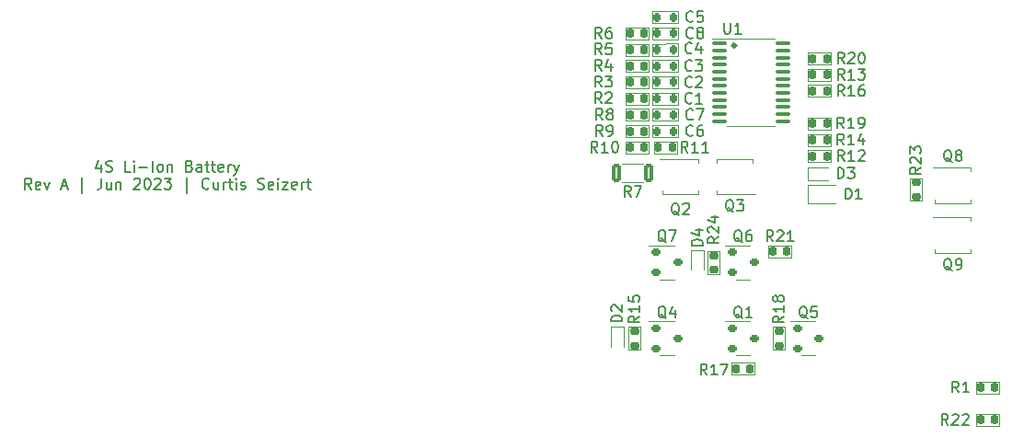
<source format=gto>
%TF.GenerationSoftware,KiCad,Pcbnew,(6.0.11)*%
%TF.CreationDate,2023-07-04T18:20:15-04:00*%
%TF.ProjectId,Batt_Rev20,42617474-5f52-4657-9632-302e6b696361,rev?*%
%TF.SameCoordinates,Original*%
%TF.FileFunction,Legend,Top*%
%TF.FilePolarity,Positive*%
%FSLAX46Y46*%
G04 Gerber Fmt 4.6, Leading zero omitted, Abs format (unit mm)*
G04 Created by KiCad (PCBNEW (6.0.11)) date 2023-07-04 18:20:15*
%MOMM*%
%LPD*%
G01*
G04 APERTURE LIST*
G04 Aperture macros list*
%AMRoundRect*
0 Rectangle with rounded corners*
0 $1 Rounding radius*
0 $2 $3 $4 $5 $6 $7 $8 $9 X,Y pos of 4 corners*
0 Add a 4 corners polygon primitive as box body*
4,1,4,$2,$3,$4,$5,$6,$7,$8,$9,$2,$3,0*
0 Add four circle primitives for the rounded corners*
1,1,$1+$1,$2,$3*
1,1,$1+$1,$4,$5*
1,1,$1+$1,$6,$7*
1,1,$1+$1,$8,$9*
0 Add four rect primitives between the rounded corners*
20,1,$1+$1,$2,$3,$4,$5,0*
20,1,$1+$1,$4,$5,$6,$7,0*
20,1,$1+$1,$6,$7,$8,$9,0*
20,1,$1+$1,$8,$9,$2,$3,0*%
%AMFreePoly0*
4,1,21,1.372500,0.787500,0.862500,0.787500,0.862500,0.532500,1.372500,0.532500,1.372500,0.127500,0.862500,0.127500,0.862500,-0.127500,1.372500,-0.127500,1.372500,-0.532500,0.862500,-0.532500,0.862500,-0.787500,1.372500,-0.787500,1.372500,-1.195000,0.612500,-1.195000,0.612500,-1.117500,-0.862500,-1.117500,-0.862500,1.117500,0.612500,1.117500,0.612500,1.195000,1.372500,1.195000,
1.372500,0.787500,1.372500,0.787500,$1*%
G04 Aperture macros list end*
%ADD10C,0.150000*%
%ADD11C,0.120000*%
%ADD12C,0.314000*%
%ADD13C,2.710000*%
%ADD14RoundRect,0.175000X-0.175000X-0.275000X0.175000X-0.275000X0.175000X0.275000X-0.175000X0.275000X0*%
%ADD15RoundRect,0.150000X0.150000X0.300000X-0.150000X0.300000X-0.150000X-0.300000X0.150000X-0.300000X0*%
%ADD16RoundRect,0.150000X-0.150000X-0.300000X0.150000X-0.300000X0.150000X0.300000X-0.150000X0.300000X0*%
%ADD17RoundRect,0.150000X-0.300000X0.150000X-0.300000X-0.150000X0.300000X-0.150000X0.300000X0.150000X0*%
%ADD18RoundRect,0.175000X-0.275000X-0.175000X0.275000X-0.175000X0.275000X0.175000X-0.275000X0.175000X0*%
%ADD19R,0.990000X0.405000*%
%ADD20FreePoly0,180.000000*%
%ADD21RoundRect,0.177778X-0.222222X-0.697222X0.222222X-0.697222X0.222222X0.697222X-0.222222X0.697222X0*%
%ADD22RoundRect,0.175000X0.175000X0.275000X-0.175000X0.275000X-0.175000X-0.275000X0.175000X-0.275000X0*%
%ADD23FreePoly0,0.000000*%
%ADD24R,0.600000X0.450000*%
%ADD25R,0.700000X0.600000*%
%ADD26C,0.800000*%
%ADD27C,6.400000*%
%ADD28RoundRect,0.150000X0.300000X-0.150000X0.300000X0.150000X-0.300000X0.150000X-0.300000X-0.150000X0*%
%ADD29R,0.600000X0.700000*%
%ADD30RoundRect,0.100000X-0.600000X-0.100000X0.600000X-0.100000X0.600000X0.100000X-0.600000X0.100000X0*%
%ADD31O,2.400000X1.500000*%
G04 APERTURE END LIST*
D10*
X53904761Y-78980714D02*
X53904761Y-79647380D01*
X53666666Y-78599761D02*
X53428571Y-79314047D01*
X54047619Y-79314047D01*
X54380952Y-79599761D02*
X54523809Y-79647380D01*
X54761904Y-79647380D01*
X54857142Y-79599761D01*
X54904761Y-79552142D01*
X54952380Y-79456904D01*
X54952380Y-79361666D01*
X54904761Y-79266428D01*
X54857142Y-79218809D01*
X54761904Y-79171190D01*
X54571428Y-79123571D01*
X54476190Y-79075952D01*
X54428571Y-79028333D01*
X54380952Y-78933095D01*
X54380952Y-78837857D01*
X54428571Y-78742619D01*
X54476190Y-78695000D01*
X54571428Y-78647380D01*
X54809523Y-78647380D01*
X54952380Y-78695000D01*
X56619047Y-79647380D02*
X56142857Y-79647380D01*
X56142857Y-78647380D01*
X56952380Y-79647380D02*
X56952380Y-78980714D01*
X56952380Y-78647380D02*
X56904761Y-78695000D01*
X56952380Y-78742619D01*
X57000000Y-78695000D01*
X56952380Y-78647380D01*
X56952380Y-78742619D01*
X57428571Y-79266428D02*
X58190476Y-79266428D01*
X58666666Y-79647380D02*
X58666666Y-78647380D01*
X59285714Y-79647380D02*
X59190476Y-79599761D01*
X59142857Y-79552142D01*
X59095238Y-79456904D01*
X59095238Y-79171190D01*
X59142857Y-79075952D01*
X59190476Y-79028333D01*
X59285714Y-78980714D01*
X59428571Y-78980714D01*
X59523809Y-79028333D01*
X59571428Y-79075952D01*
X59619047Y-79171190D01*
X59619047Y-79456904D01*
X59571428Y-79552142D01*
X59523809Y-79599761D01*
X59428571Y-79647380D01*
X59285714Y-79647380D01*
X60047619Y-78980714D02*
X60047619Y-79647380D01*
X60047619Y-79075952D02*
X60095238Y-79028333D01*
X60190476Y-78980714D01*
X60333333Y-78980714D01*
X60428571Y-79028333D01*
X60476190Y-79123571D01*
X60476190Y-79647380D01*
X62047619Y-79123571D02*
X62190476Y-79171190D01*
X62238095Y-79218809D01*
X62285714Y-79314047D01*
X62285714Y-79456904D01*
X62238095Y-79552142D01*
X62190476Y-79599761D01*
X62095238Y-79647380D01*
X61714285Y-79647380D01*
X61714285Y-78647380D01*
X62047619Y-78647380D01*
X62142857Y-78695000D01*
X62190476Y-78742619D01*
X62238095Y-78837857D01*
X62238095Y-78933095D01*
X62190476Y-79028333D01*
X62142857Y-79075952D01*
X62047619Y-79123571D01*
X61714285Y-79123571D01*
X63142857Y-79647380D02*
X63142857Y-79123571D01*
X63095238Y-79028333D01*
X63000000Y-78980714D01*
X62809523Y-78980714D01*
X62714285Y-79028333D01*
X63142857Y-79599761D02*
X63047619Y-79647380D01*
X62809523Y-79647380D01*
X62714285Y-79599761D01*
X62666666Y-79504523D01*
X62666666Y-79409285D01*
X62714285Y-79314047D01*
X62809523Y-79266428D01*
X63047619Y-79266428D01*
X63142857Y-79218809D01*
X63476190Y-78980714D02*
X63857142Y-78980714D01*
X63619047Y-78647380D02*
X63619047Y-79504523D01*
X63666666Y-79599761D01*
X63761904Y-79647380D01*
X63857142Y-79647380D01*
X64047619Y-78980714D02*
X64428571Y-78980714D01*
X64190476Y-78647380D02*
X64190476Y-79504523D01*
X64238095Y-79599761D01*
X64333333Y-79647380D01*
X64428571Y-79647380D01*
X65142857Y-79599761D02*
X65047619Y-79647380D01*
X64857142Y-79647380D01*
X64761904Y-79599761D01*
X64714285Y-79504523D01*
X64714285Y-79123571D01*
X64761904Y-79028333D01*
X64857142Y-78980714D01*
X65047619Y-78980714D01*
X65142857Y-79028333D01*
X65190476Y-79123571D01*
X65190476Y-79218809D01*
X64714285Y-79314047D01*
X65619047Y-79647380D02*
X65619047Y-78980714D01*
X65619047Y-79171190D02*
X65666666Y-79075952D01*
X65714285Y-79028333D01*
X65809523Y-78980714D01*
X65904761Y-78980714D01*
X66142857Y-78980714D02*
X66380952Y-79647380D01*
X66619047Y-78980714D02*
X66380952Y-79647380D01*
X66285714Y-79885476D01*
X66238095Y-79933095D01*
X66142857Y-79980714D01*
X47499999Y-81257380D02*
X47166666Y-80781190D01*
X46928571Y-81257380D02*
X46928571Y-80257380D01*
X47309523Y-80257380D01*
X47404761Y-80305000D01*
X47452380Y-80352619D01*
X47499999Y-80447857D01*
X47499999Y-80590714D01*
X47452380Y-80685952D01*
X47404761Y-80733571D01*
X47309523Y-80781190D01*
X46928571Y-80781190D01*
X48309523Y-81209761D02*
X48214285Y-81257380D01*
X48023809Y-81257380D01*
X47928571Y-81209761D01*
X47880952Y-81114523D01*
X47880952Y-80733571D01*
X47928571Y-80638333D01*
X48023809Y-80590714D01*
X48214285Y-80590714D01*
X48309523Y-80638333D01*
X48357142Y-80733571D01*
X48357142Y-80828809D01*
X47880952Y-80924047D01*
X48690476Y-80590714D02*
X48928571Y-81257380D01*
X49166666Y-80590714D01*
X50261904Y-80971666D02*
X50738095Y-80971666D01*
X50166666Y-81257380D02*
X50499999Y-80257380D01*
X50833333Y-81257380D01*
X52166666Y-81590714D02*
X52166666Y-80162142D01*
X53928571Y-80257380D02*
X53928571Y-80971666D01*
X53880952Y-81114523D01*
X53785714Y-81209761D01*
X53642857Y-81257380D01*
X53547619Y-81257380D01*
X54833333Y-80590714D02*
X54833333Y-81257380D01*
X54404761Y-80590714D02*
X54404761Y-81114523D01*
X54452380Y-81209761D01*
X54547619Y-81257380D01*
X54690476Y-81257380D01*
X54785714Y-81209761D01*
X54833333Y-81162142D01*
X55309523Y-80590714D02*
X55309523Y-81257380D01*
X55309523Y-80685952D02*
X55357142Y-80638333D01*
X55452380Y-80590714D01*
X55595238Y-80590714D01*
X55690476Y-80638333D01*
X55738095Y-80733571D01*
X55738095Y-81257380D01*
X56928571Y-80352619D02*
X56976190Y-80305000D01*
X57071428Y-80257380D01*
X57309523Y-80257380D01*
X57404761Y-80305000D01*
X57452380Y-80352619D01*
X57499999Y-80447857D01*
X57499999Y-80543095D01*
X57452380Y-80685952D01*
X56880952Y-81257380D01*
X57499999Y-81257380D01*
X58119047Y-80257380D02*
X58214285Y-80257380D01*
X58309523Y-80305000D01*
X58357142Y-80352619D01*
X58404761Y-80447857D01*
X58452380Y-80638333D01*
X58452380Y-80876428D01*
X58404761Y-81066904D01*
X58357142Y-81162142D01*
X58309523Y-81209761D01*
X58214285Y-81257380D01*
X58119047Y-81257380D01*
X58023809Y-81209761D01*
X57976190Y-81162142D01*
X57928571Y-81066904D01*
X57880952Y-80876428D01*
X57880952Y-80638333D01*
X57928571Y-80447857D01*
X57976190Y-80352619D01*
X58023809Y-80305000D01*
X58119047Y-80257380D01*
X58833333Y-80352619D02*
X58880952Y-80305000D01*
X58976190Y-80257380D01*
X59214285Y-80257380D01*
X59309523Y-80305000D01*
X59357142Y-80352619D01*
X59404761Y-80447857D01*
X59404761Y-80543095D01*
X59357142Y-80685952D01*
X58785714Y-81257380D01*
X59404761Y-81257380D01*
X59738095Y-80257380D02*
X60357142Y-80257380D01*
X60023809Y-80638333D01*
X60166666Y-80638333D01*
X60261904Y-80685952D01*
X60309523Y-80733571D01*
X60357142Y-80828809D01*
X60357142Y-81066904D01*
X60309523Y-81162142D01*
X60261904Y-81209761D01*
X60166666Y-81257380D01*
X59880952Y-81257380D01*
X59785714Y-81209761D01*
X59738095Y-81162142D01*
X61785714Y-81590714D02*
X61785714Y-80162142D01*
X63833333Y-81162142D02*
X63785714Y-81209761D01*
X63642857Y-81257380D01*
X63547619Y-81257380D01*
X63404761Y-81209761D01*
X63309523Y-81114523D01*
X63261904Y-81019285D01*
X63214285Y-80828809D01*
X63214285Y-80685952D01*
X63261904Y-80495476D01*
X63309523Y-80400238D01*
X63404761Y-80305000D01*
X63547619Y-80257380D01*
X63642857Y-80257380D01*
X63785714Y-80305000D01*
X63833333Y-80352619D01*
X64690476Y-80590714D02*
X64690476Y-81257380D01*
X64261904Y-80590714D02*
X64261904Y-81114523D01*
X64309523Y-81209761D01*
X64404761Y-81257380D01*
X64547619Y-81257380D01*
X64642857Y-81209761D01*
X64690476Y-81162142D01*
X65166666Y-81257380D02*
X65166666Y-80590714D01*
X65166666Y-80781190D02*
X65214285Y-80685952D01*
X65261904Y-80638333D01*
X65357142Y-80590714D01*
X65452380Y-80590714D01*
X65642857Y-80590714D02*
X66023809Y-80590714D01*
X65785714Y-80257380D02*
X65785714Y-81114523D01*
X65833333Y-81209761D01*
X65928571Y-81257380D01*
X66023809Y-81257380D01*
X66357142Y-81257380D02*
X66357142Y-80590714D01*
X66357142Y-80257380D02*
X66309523Y-80305000D01*
X66357142Y-80352619D01*
X66404761Y-80305000D01*
X66357142Y-80257380D01*
X66357142Y-80352619D01*
X66785714Y-81209761D02*
X66880952Y-81257380D01*
X67071428Y-81257380D01*
X67166666Y-81209761D01*
X67214285Y-81114523D01*
X67214285Y-81066904D01*
X67166666Y-80971666D01*
X67071428Y-80924047D01*
X66928571Y-80924047D01*
X66833333Y-80876428D01*
X66785714Y-80781190D01*
X66785714Y-80733571D01*
X66833333Y-80638333D01*
X66928571Y-80590714D01*
X67071428Y-80590714D01*
X67166666Y-80638333D01*
X68357142Y-81209761D02*
X68499999Y-81257380D01*
X68738095Y-81257380D01*
X68833333Y-81209761D01*
X68880952Y-81162142D01*
X68928571Y-81066904D01*
X68928571Y-80971666D01*
X68880952Y-80876428D01*
X68833333Y-80828809D01*
X68738095Y-80781190D01*
X68547619Y-80733571D01*
X68452380Y-80685952D01*
X68404761Y-80638333D01*
X68357142Y-80543095D01*
X68357142Y-80447857D01*
X68404761Y-80352619D01*
X68452380Y-80305000D01*
X68547619Y-80257380D01*
X68785714Y-80257380D01*
X68928571Y-80305000D01*
X69738095Y-81209761D02*
X69642857Y-81257380D01*
X69452380Y-81257380D01*
X69357142Y-81209761D01*
X69309523Y-81114523D01*
X69309523Y-80733571D01*
X69357142Y-80638333D01*
X69452380Y-80590714D01*
X69642857Y-80590714D01*
X69738095Y-80638333D01*
X69785714Y-80733571D01*
X69785714Y-80828809D01*
X69309523Y-80924047D01*
X70214285Y-81257380D02*
X70214285Y-80590714D01*
X70214285Y-80257380D02*
X70166666Y-80305000D01*
X70214285Y-80352619D01*
X70261904Y-80305000D01*
X70214285Y-80257380D01*
X70214285Y-80352619D01*
X70595238Y-80590714D02*
X71119047Y-80590714D01*
X70595238Y-81257380D01*
X71119047Y-81257380D01*
X71880952Y-81209761D02*
X71785714Y-81257380D01*
X71595238Y-81257380D01*
X71500000Y-81209761D01*
X71452380Y-81114523D01*
X71452380Y-80733571D01*
X71500000Y-80638333D01*
X71595238Y-80590714D01*
X71785714Y-80590714D01*
X71880952Y-80638333D01*
X71928571Y-80733571D01*
X71928571Y-80828809D01*
X71452380Y-80924047D01*
X72357142Y-81257380D02*
X72357142Y-80590714D01*
X72357142Y-80781190D02*
X72404761Y-80685952D01*
X72452380Y-80638333D01*
X72547619Y-80590714D01*
X72642857Y-80590714D01*
X72833333Y-80590714D02*
X73214285Y-80590714D01*
X72976190Y-80257380D02*
X72976190Y-81114523D01*
X73023809Y-81209761D01*
X73119047Y-81257380D01*
X73214285Y-81257380D01*
%TO.C,C6*%
X108370833Y-76282142D02*
X108323214Y-76329761D01*
X108180357Y-76377380D01*
X108085119Y-76377380D01*
X107942261Y-76329761D01*
X107847023Y-76234523D01*
X107799404Y-76139285D01*
X107751785Y-75948809D01*
X107751785Y-75805952D01*
X107799404Y-75615476D01*
X107847023Y-75520238D01*
X107942261Y-75425000D01*
X108085119Y-75377380D01*
X108180357Y-75377380D01*
X108323214Y-75425000D01*
X108370833Y-75472619D01*
X109227976Y-75377380D02*
X109037500Y-75377380D01*
X108942261Y-75425000D01*
X108894642Y-75472619D01*
X108799404Y-75615476D01*
X108751785Y-75805952D01*
X108751785Y-76186904D01*
X108799404Y-76282142D01*
X108847023Y-76329761D01*
X108942261Y-76377380D01*
X109132738Y-76377380D01*
X109227976Y-76329761D01*
X109275595Y-76282142D01*
X109323214Y-76186904D01*
X109323214Y-75948809D01*
X109275595Y-75853571D01*
X109227976Y-75805952D01*
X109132738Y-75758333D01*
X108942261Y-75758333D01*
X108847023Y-75805952D01*
X108799404Y-75853571D01*
X108751785Y-75948809D01*
%TO.C,R11*%
X107894642Y-77877380D02*
X107561309Y-77401190D01*
X107323214Y-77877380D02*
X107323214Y-76877380D01*
X107704166Y-76877380D01*
X107799404Y-76925000D01*
X107847023Y-76972619D01*
X107894642Y-77067857D01*
X107894642Y-77210714D01*
X107847023Y-77305952D01*
X107799404Y-77353571D01*
X107704166Y-77401190D01*
X107323214Y-77401190D01*
X108847023Y-77877380D02*
X108275595Y-77877380D01*
X108561309Y-77877380D02*
X108561309Y-76877380D01*
X108466071Y-77020238D01*
X108370833Y-77115476D01*
X108275595Y-77163095D01*
X109799404Y-77877380D02*
X109227976Y-77877380D01*
X109513690Y-77877380D02*
X109513690Y-76877380D01*
X109418452Y-77020238D01*
X109323214Y-77115476D01*
X109227976Y-77163095D01*
%TO.C,R20*%
X122294642Y-69697380D02*
X121961309Y-69221190D01*
X121723214Y-69697380D02*
X121723214Y-68697380D01*
X122104166Y-68697380D01*
X122199404Y-68745000D01*
X122247023Y-68792619D01*
X122294642Y-68887857D01*
X122294642Y-69030714D01*
X122247023Y-69125952D01*
X122199404Y-69173571D01*
X122104166Y-69221190D01*
X121723214Y-69221190D01*
X122675595Y-68792619D02*
X122723214Y-68745000D01*
X122818452Y-68697380D01*
X123056547Y-68697380D01*
X123151785Y-68745000D01*
X123199404Y-68792619D01*
X123247023Y-68887857D01*
X123247023Y-68983095D01*
X123199404Y-69125952D01*
X122627976Y-69697380D01*
X123247023Y-69697380D01*
X123866071Y-68697380D02*
X123961309Y-68697380D01*
X124056547Y-68745000D01*
X124104166Y-68792619D01*
X124151785Y-68887857D01*
X124199404Y-69078333D01*
X124199404Y-69316428D01*
X124151785Y-69506904D01*
X124104166Y-69602142D01*
X124056547Y-69649761D01*
X123961309Y-69697380D01*
X123866071Y-69697380D01*
X123770833Y-69649761D01*
X123723214Y-69602142D01*
X123675595Y-69506904D01*
X123627976Y-69316428D01*
X123627976Y-69078333D01*
X123675595Y-68887857D01*
X123723214Y-68792619D01*
X123770833Y-68745000D01*
X123866071Y-68697380D01*
%TO.C,R23*%
X129352380Y-79242857D02*
X128876190Y-79576190D01*
X129352380Y-79814285D02*
X128352380Y-79814285D01*
X128352380Y-79433333D01*
X128400000Y-79338095D01*
X128447619Y-79290476D01*
X128542857Y-79242857D01*
X128685714Y-79242857D01*
X128780952Y-79290476D01*
X128828571Y-79338095D01*
X128876190Y-79433333D01*
X128876190Y-79814285D01*
X128447619Y-78861904D02*
X128400000Y-78814285D01*
X128352380Y-78719047D01*
X128352380Y-78480952D01*
X128400000Y-78385714D01*
X128447619Y-78338095D01*
X128542857Y-78290476D01*
X128638095Y-78290476D01*
X128780952Y-78338095D01*
X129352380Y-78909523D01*
X129352380Y-78290476D01*
X128352380Y-77957142D02*
X128352380Y-77338095D01*
X128733333Y-77671428D01*
X128733333Y-77528571D01*
X128780952Y-77433333D01*
X128828571Y-77385714D01*
X128923809Y-77338095D01*
X129161904Y-77338095D01*
X129257142Y-77385714D01*
X129304761Y-77433333D01*
X129352380Y-77528571D01*
X129352380Y-77814285D01*
X129304761Y-77909523D01*
X129257142Y-77957142D01*
%TO.C,Q5*%
X118904761Y-93147619D02*
X118809523Y-93100000D01*
X118714285Y-93004761D01*
X118571428Y-92861904D01*
X118476190Y-92814285D01*
X118380952Y-92814285D01*
X118428571Y-93052380D02*
X118333333Y-93004761D01*
X118238095Y-92909523D01*
X118190476Y-92719047D01*
X118190476Y-92385714D01*
X118238095Y-92195238D01*
X118333333Y-92100000D01*
X118428571Y-92052380D01*
X118619047Y-92052380D01*
X118714285Y-92100000D01*
X118809523Y-92195238D01*
X118857142Y-92385714D01*
X118857142Y-92719047D01*
X118809523Y-92909523D01*
X118714285Y-93004761D01*
X118619047Y-93052380D01*
X118428571Y-93052380D01*
X119761904Y-92052380D02*
X119285714Y-92052380D01*
X119238095Y-92528571D01*
X119285714Y-92480952D01*
X119380952Y-92433333D01*
X119619047Y-92433333D01*
X119714285Y-92480952D01*
X119761904Y-92528571D01*
X119809523Y-92623809D01*
X119809523Y-92861904D01*
X119761904Y-92957142D01*
X119714285Y-93004761D01*
X119619047Y-93052380D01*
X119380952Y-93052380D01*
X119285714Y-93004761D01*
X119238095Y-92957142D01*
%TO.C,Q3*%
X112129761Y-83347619D02*
X112034523Y-83300000D01*
X111939285Y-83204761D01*
X111796428Y-83061904D01*
X111701190Y-83014285D01*
X111605952Y-83014285D01*
X111653571Y-83252380D02*
X111558333Y-83204761D01*
X111463095Y-83109523D01*
X111415476Y-82919047D01*
X111415476Y-82585714D01*
X111463095Y-82395238D01*
X111558333Y-82300000D01*
X111653571Y-82252380D01*
X111844047Y-82252380D01*
X111939285Y-82300000D01*
X112034523Y-82395238D01*
X112082142Y-82585714D01*
X112082142Y-82919047D01*
X112034523Y-83109523D01*
X111939285Y-83204761D01*
X111844047Y-83252380D01*
X111653571Y-83252380D01*
X112415476Y-82252380D02*
X113034523Y-82252380D01*
X112701190Y-82633333D01*
X112844047Y-82633333D01*
X112939285Y-82680952D01*
X112986904Y-82728571D01*
X113034523Y-82823809D01*
X113034523Y-83061904D01*
X112986904Y-83157142D01*
X112939285Y-83204761D01*
X112844047Y-83252380D01*
X112558333Y-83252380D01*
X112463095Y-83204761D01*
X112415476Y-83157142D01*
%TO.C,R16*%
X122294642Y-72677380D02*
X121961309Y-72201190D01*
X121723214Y-72677380D02*
X121723214Y-71677380D01*
X122104166Y-71677380D01*
X122199404Y-71725000D01*
X122247023Y-71772619D01*
X122294642Y-71867857D01*
X122294642Y-72010714D01*
X122247023Y-72105952D01*
X122199404Y-72153571D01*
X122104166Y-72201190D01*
X121723214Y-72201190D01*
X123247023Y-72677380D02*
X122675595Y-72677380D01*
X122961309Y-72677380D02*
X122961309Y-71677380D01*
X122866071Y-71820238D01*
X122770833Y-71915476D01*
X122675595Y-71963095D01*
X124104166Y-71677380D02*
X123913690Y-71677380D01*
X123818452Y-71725000D01*
X123770833Y-71772619D01*
X123675595Y-71915476D01*
X123627976Y-72105952D01*
X123627976Y-72486904D01*
X123675595Y-72582142D01*
X123723214Y-72629761D01*
X123818452Y-72677380D01*
X124008928Y-72677380D01*
X124104166Y-72629761D01*
X124151785Y-72582142D01*
X124199404Y-72486904D01*
X124199404Y-72248809D01*
X124151785Y-72153571D01*
X124104166Y-72105952D01*
X124008928Y-72058333D01*
X123818452Y-72058333D01*
X123723214Y-72105952D01*
X123675595Y-72153571D01*
X123627976Y-72248809D01*
%TO.C,R4*%
X99970833Y-70352380D02*
X99637500Y-69876190D01*
X99399404Y-70352380D02*
X99399404Y-69352380D01*
X99780357Y-69352380D01*
X99875595Y-69400000D01*
X99923214Y-69447619D01*
X99970833Y-69542857D01*
X99970833Y-69685714D01*
X99923214Y-69780952D01*
X99875595Y-69828571D01*
X99780357Y-69876190D01*
X99399404Y-69876190D01*
X100827976Y-69685714D02*
X100827976Y-70352380D01*
X100589880Y-69304761D02*
X100351785Y-70019047D01*
X100970833Y-70019047D01*
%TO.C,R13*%
X122294642Y-71177380D02*
X121961309Y-70701190D01*
X121723214Y-71177380D02*
X121723214Y-70177380D01*
X122104166Y-70177380D01*
X122199404Y-70225000D01*
X122247023Y-70272619D01*
X122294642Y-70367857D01*
X122294642Y-70510714D01*
X122247023Y-70605952D01*
X122199404Y-70653571D01*
X122104166Y-70701190D01*
X121723214Y-70701190D01*
X123247023Y-71177380D02*
X122675595Y-71177380D01*
X122961309Y-71177380D02*
X122961309Y-70177380D01*
X122866071Y-70320238D01*
X122770833Y-70415476D01*
X122675595Y-70463095D01*
X123580357Y-70177380D02*
X124199404Y-70177380D01*
X123866071Y-70558333D01*
X124008928Y-70558333D01*
X124104166Y-70605952D01*
X124151785Y-70653571D01*
X124199404Y-70748809D01*
X124199404Y-70986904D01*
X124151785Y-71082142D01*
X124104166Y-71129761D01*
X124008928Y-71177380D01*
X123723214Y-71177380D01*
X123627976Y-71129761D01*
X123580357Y-71082142D01*
%TO.C,R7*%
X102658333Y-81952380D02*
X102325000Y-81476190D01*
X102086904Y-81952380D02*
X102086904Y-80952380D01*
X102467857Y-80952380D01*
X102563095Y-81000000D01*
X102610714Y-81047619D01*
X102658333Y-81142857D01*
X102658333Y-81285714D01*
X102610714Y-81380952D01*
X102563095Y-81428571D01*
X102467857Y-81476190D01*
X102086904Y-81476190D01*
X102991666Y-80952380D02*
X103658333Y-80952380D01*
X103229761Y-81952380D01*
%TO.C,R5*%
X99970833Y-68852380D02*
X99637500Y-68376190D01*
X99399404Y-68852380D02*
X99399404Y-67852380D01*
X99780357Y-67852380D01*
X99875595Y-67900000D01*
X99923214Y-67947619D01*
X99970833Y-68042857D01*
X99970833Y-68185714D01*
X99923214Y-68280952D01*
X99875595Y-68328571D01*
X99780357Y-68376190D01*
X99399404Y-68376190D01*
X100875595Y-67852380D02*
X100399404Y-67852380D01*
X100351785Y-68328571D01*
X100399404Y-68280952D01*
X100494642Y-68233333D01*
X100732738Y-68233333D01*
X100827976Y-68280952D01*
X100875595Y-68328571D01*
X100923214Y-68423809D01*
X100923214Y-68661904D01*
X100875595Y-68757142D01*
X100827976Y-68804761D01*
X100732738Y-68852380D01*
X100494642Y-68852380D01*
X100399404Y-68804761D01*
X100351785Y-68757142D01*
%TO.C,C2*%
X108270833Y-71782142D02*
X108223214Y-71829761D01*
X108080357Y-71877380D01*
X107985119Y-71877380D01*
X107842261Y-71829761D01*
X107747023Y-71734523D01*
X107699404Y-71639285D01*
X107651785Y-71448809D01*
X107651785Y-71305952D01*
X107699404Y-71115476D01*
X107747023Y-71020238D01*
X107842261Y-70925000D01*
X107985119Y-70877380D01*
X108080357Y-70877380D01*
X108223214Y-70925000D01*
X108270833Y-70972619D01*
X108651785Y-70972619D02*
X108699404Y-70925000D01*
X108794642Y-70877380D01*
X109032738Y-70877380D01*
X109127976Y-70925000D01*
X109175595Y-70972619D01*
X109223214Y-71067857D01*
X109223214Y-71163095D01*
X109175595Y-71305952D01*
X108604166Y-71877380D01*
X109223214Y-71877380D01*
%TO.C,Q2*%
X107129761Y-83647619D02*
X107034523Y-83600000D01*
X106939285Y-83504761D01*
X106796428Y-83361904D01*
X106701190Y-83314285D01*
X106605952Y-83314285D01*
X106653571Y-83552380D02*
X106558333Y-83504761D01*
X106463095Y-83409523D01*
X106415476Y-83219047D01*
X106415476Y-82885714D01*
X106463095Y-82695238D01*
X106558333Y-82600000D01*
X106653571Y-82552380D01*
X106844047Y-82552380D01*
X106939285Y-82600000D01*
X107034523Y-82695238D01*
X107082142Y-82885714D01*
X107082142Y-83219047D01*
X107034523Y-83409523D01*
X106939285Y-83504761D01*
X106844047Y-83552380D01*
X106653571Y-83552380D01*
X107463095Y-82647619D02*
X107510714Y-82600000D01*
X107605952Y-82552380D01*
X107844047Y-82552380D01*
X107939285Y-82600000D01*
X107986904Y-82647619D01*
X108034523Y-82742857D01*
X108034523Y-82838095D01*
X107986904Y-82980952D01*
X107415476Y-83552380D01*
X108034523Y-83552380D01*
%TO.C,D1*%
X122399404Y-82177380D02*
X122399404Y-81177380D01*
X122637500Y-81177380D01*
X122780357Y-81225000D01*
X122875595Y-81320238D01*
X122923214Y-81415476D01*
X122970833Y-81605952D01*
X122970833Y-81748809D01*
X122923214Y-81939285D01*
X122875595Y-82034523D01*
X122780357Y-82129761D01*
X122637500Y-82177380D01*
X122399404Y-82177380D01*
X123923214Y-82177380D02*
X123351785Y-82177380D01*
X123637500Y-82177380D02*
X123637500Y-81177380D01*
X123542261Y-81320238D01*
X123447023Y-81415476D01*
X123351785Y-81463095D01*
%TO.C,Q4*%
X105904761Y-93147619D02*
X105809523Y-93100000D01*
X105714285Y-93004761D01*
X105571428Y-92861904D01*
X105476190Y-92814285D01*
X105380952Y-92814285D01*
X105428571Y-93052380D02*
X105333333Y-93004761D01*
X105238095Y-92909523D01*
X105190476Y-92719047D01*
X105190476Y-92385714D01*
X105238095Y-92195238D01*
X105333333Y-92100000D01*
X105428571Y-92052380D01*
X105619047Y-92052380D01*
X105714285Y-92100000D01*
X105809523Y-92195238D01*
X105857142Y-92385714D01*
X105857142Y-92719047D01*
X105809523Y-92909523D01*
X105714285Y-93004761D01*
X105619047Y-93052380D01*
X105428571Y-93052380D01*
X106714285Y-92385714D02*
X106714285Y-93052380D01*
X106476190Y-92004761D02*
X106238095Y-92719047D01*
X106857142Y-92719047D01*
%TO.C,R2*%
X99970833Y-73352380D02*
X99637500Y-72876190D01*
X99399404Y-73352380D02*
X99399404Y-72352380D01*
X99780357Y-72352380D01*
X99875595Y-72400000D01*
X99923214Y-72447619D01*
X99970833Y-72542857D01*
X99970833Y-72685714D01*
X99923214Y-72780952D01*
X99875595Y-72828571D01*
X99780357Y-72876190D01*
X99399404Y-72876190D01*
X100351785Y-72447619D02*
X100399404Y-72400000D01*
X100494642Y-72352380D01*
X100732738Y-72352380D01*
X100827976Y-72400000D01*
X100875595Y-72447619D01*
X100923214Y-72542857D01*
X100923214Y-72638095D01*
X100875595Y-72780952D01*
X100304166Y-73352380D01*
X100923214Y-73352380D01*
%TO.C,R24*%
X110752380Y-85642857D02*
X110276190Y-85976190D01*
X110752380Y-86214285D02*
X109752380Y-86214285D01*
X109752380Y-85833333D01*
X109800000Y-85738095D01*
X109847619Y-85690476D01*
X109942857Y-85642857D01*
X110085714Y-85642857D01*
X110180952Y-85690476D01*
X110228571Y-85738095D01*
X110276190Y-85833333D01*
X110276190Y-86214285D01*
X109847619Y-85261904D02*
X109800000Y-85214285D01*
X109752380Y-85119047D01*
X109752380Y-84880952D01*
X109800000Y-84785714D01*
X109847619Y-84738095D01*
X109942857Y-84690476D01*
X110038095Y-84690476D01*
X110180952Y-84738095D01*
X110752380Y-85309523D01*
X110752380Y-84690476D01*
X110085714Y-83833333D02*
X110752380Y-83833333D01*
X109704761Y-84071428D02*
X110419047Y-84309523D01*
X110419047Y-83690476D01*
%TO.C,C8*%
X108370833Y-67282142D02*
X108323214Y-67329761D01*
X108180357Y-67377380D01*
X108085119Y-67377380D01*
X107942261Y-67329761D01*
X107847023Y-67234523D01*
X107799404Y-67139285D01*
X107751785Y-66948809D01*
X107751785Y-66805952D01*
X107799404Y-66615476D01*
X107847023Y-66520238D01*
X107942261Y-66425000D01*
X108085119Y-66377380D01*
X108180357Y-66377380D01*
X108323214Y-66425000D01*
X108370833Y-66472619D01*
X108942261Y-66805952D02*
X108847023Y-66758333D01*
X108799404Y-66710714D01*
X108751785Y-66615476D01*
X108751785Y-66567857D01*
X108799404Y-66472619D01*
X108847023Y-66425000D01*
X108942261Y-66377380D01*
X109132738Y-66377380D01*
X109227976Y-66425000D01*
X109275595Y-66472619D01*
X109323214Y-66567857D01*
X109323214Y-66615476D01*
X109275595Y-66710714D01*
X109227976Y-66758333D01*
X109132738Y-66805952D01*
X108942261Y-66805952D01*
X108847023Y-66853571D01*
X108799404Y-66901190D01*
X108751785Y-66996428D01*
X108751785Y-67186904D01*
X108799404Y-67282142D01*
X108847023Y-67329761D01*
X108942261Y-67377380D01*
X109132738Y-67377380D01*
X109227976Y-67329761D01*
X109275595Y-67282142D01*
X109323214Y-67186904D01*
X109323214Y-66996428D01*
X109275595Y-66901190D01*
X109227976Y-66853571D01*
X109132738Y-66805952D01*
%TO.C,R12*%
X122294642Y-78677380D02*
X121961309Y-78201190D01*
X121723214Y-78677380D02*
X121723214Y-77677380D01*
X122104166Y-77677380D01*
X122199404Y-77725000D01*
X122247023Y-77772619D01*
X122294642Y-77867857D01*
X122294642Y-78010714D01*
X122247023Y-78105952D01*
X122199404Y-78153571D01*
X122104166Y-78201190D01*
X121723214Y-78201190D01*
X123247023Y-78677380D02*
X122675595Y-78677380D01*
X122961309Y-78677380D02*
X122961309Y-77677380D01*
X122866071Y-77820238D01*
X122770833Y-77915476D01*
X122675595Y-77963095D01*
X123627976Y-77772619D02*
X123675595Y-77725000D01*
X123770833Y-77677380D01*
X124008928Y-77677380D01*
X124104166Y-77725000D01*
X124151785Y-77772619D01*
X124199404Y-77867857D01*
X124199404Y-77963095D01*
X124151785Y-78105952D01*
X123580357Y-78677380D01*
X124199404Y-78677380D01*
%TO.C,Q9*%
X132204761Y-88747619D02*
X132109523Y-88700000D01*
X132014285Y-88604761D01*
X131871428Y-88461904D01*
X131776190Y-88414285D01*
X131680952Y-88414285D01*
X131728571Y-88652380D02*
X131633333Y-88604761D01*
X131538095Y-88509523D01*
X131490476Y-88319047D01*
X131490476Y-87985714D01*
X131538095Y-87795238D01*
X131633333Y-87700000D01*
X131728571Y-87652380D01*
X131919047Y-87652380D01*
X132014285Y-87700000D01*
X132109523Y-87795238D01*
X132157142Y-87985714D01*
X132157142Y-88319047D01*
X132109523Y-88509523D01*
X132014285Y-88604761D01*
X131919047Y-88652380D01*
X131728571Y-88652380D01*
X132633333Y-88652380D02*
X132823809Y-88652380D01*
X132919047Y-88604761D01*
X132966666Y-88557142D01*
X133061904Y-88414285D01*
X133109523Y-88223809D01*
X133109523Y-87842857D01*
X133061904Y-87747619D01*
X133014285Y-87700000D01*
X132919047Y-87652380D01*
X132728571Y-87652380D01*
X132633333Y-87700000D01*
X132585714Y-87747619D01*
X132538095Y-87842857D01*
X132538095Y-88080952D01*
X132585714Y-88176190D01*
X132633333Y-88223809D01*
X132728571Y-88271428D01*
X132919047Y-88271428D01*
X133014285Y-88223809D01*
X133061904Y-88176190D01*
X133109523Y-88080952D01*
%TO.C,R1*%
X132833333Y-99952380D02*
X132500000Y-99476190D01*
X132261904Y-99952380D02*
X132261904Y-98952380D01*
X132642857Y-98952380D01*
X132738095Y-99000000D01*
X132785714Y-99047619D01*
X132833333Y-99142857D01*
X132833333Y-99285714D01*
X132785714Y-99380952D01*
X132738095Y-99428571D01*
X132642857Y-99476190D01*
X132261904Y-99476190D01*
X133785714Y-99952380D02*
X133214285Y-99952380D01*
X133500000Y-99952380D02*
X133500000Y-98952380D01*
X133404761Y-99095238D01*
X133309523Y-99190476D01*
X133214285Y-99238095D01*
%TO.C,D2*%
X101852380Y-93438095D02*
X100852380Y-93438095D01*
X100852380Y-93200000D01*
X100900000Y-93057142D01*
X100995238Y-92961904D01*
X101090476Y-92914285D01*
X101280952Y-92866666D01*
X101423809Y-92866666D01*
X101614285Y-92914285D01*
X101709523Y-92961904D01*
X101804761Y-93057142D01*
X101852380Y-93200000D01*
X101852380Y-93438095D01*
X100947619Y-92485714D02*
X100900000Y-92438095D01*
X100852380Y-92342857D01*
X100852380Y-92104761D01*
X100900000Y-92009523D01*
X100947619Y-91961904D01*
X101042857Y-91914285D01*
X101138095Y-91914285D01*
X101280952Y-91961904D01*
X101852380Y-92533333D01*
X101852380Y-91914285D01*
%TO.C,Q6*%
X112904761Y-86147619D02*
X112809523Y-86100000D01*
X112714285Y-86004761D01*
X112571428Y-85861904D01*
X112476190Y-85814285D01*
X112380952Y-85814285D01*
X112428571Y-86052380D02*
X112333333Y-86004761D01*
X112238095Y-85909523D01*
X112190476Y-85719047D01*
X112190476Y-85385714D01*
X112238095Y-85195238D01*
X112333333Y-85100000D01*
X112428571Y-85052380D01*
X112619047Y-85052380D01*
X112714285Y-85100000D01*
X112809523Y-85195238D01*
X112857142Y-85385714D01*
X112857142Y-85719047D01*
X112809523Y-85909523D01*
X112714285Y-86004761D01*
X112619047Y-86052380D01*
X112428571Y-86052380D01*
X113714285Y-85052380D02*
X113523809Y-85052380D01*
X113428571Y-85100000D01*
X113380952Y-85147619D01*
X113285714Y-85290476D01*
X113238095Y-85480952D01*
X113238095Y-85861904D01*
X113285714Y-85957142D01*
X113333333Y-86004761D01*
X113428571Y-86052380D01*
X113619047Y-86052380D01*
X113714285Y-86004761D01*
X113761904Y-85957142D01*
X113809523Y-85861904D01*
X113809523Y-85623809D01*
X113761904Y-85528571D01*
X113714285Y-85480952D01*
X113619047Y-85433333D01*
X113428571Y-85433333D01*
X113333333Y-85480952D01*
X113285714Y-85528571D01*
X113238095Y-85623809D01*
%TO.C,D4*%
X109252380Y-86438095D02*
X108252380Y-86438095D01*
X108252380Y-86200000D01*
X108300000Y-86057142D01*
X108395238Y-85961904D01*
X108490476Y-85914285D01*
X108680952Y-85866666D01*
X108823809Y-85866666D01*
X109014285Y-85914285D01*
X109109523Y-85961904D01*
X109204761Y-86057142D01*
X109252380Y-86200000D01*
X109252380Y-86438095D01*
X108585714Y-85009523D02*
X109252380Y-85009523D01*
X108204761Y-85247619D02*
X108919047Y-85485714D01*
X108919047Y-84866666D01*
%TO.C,C3*%
X108270833Y-70282142D02*
X108223214Y-70329761D01*
X108080357Y-70377380D01*
X107985119Y-70377380D01*
X107842261Y-70329761D01*
X107747023Y-70234523D01*
X107699404Y-70139285D01*
X107651785Y-69948809D01*
X107651785Y-69805952D01*
X107699404Y-69615476D01*
X107747023Y-69520238D01*
X107842261Y-69425000D01*
X107985119Y-69377380D01*
X108080357Y-69377380D01*
X108223214Y-69425000D01*
X108270833Y-69472619D01*
X108604166Y-69377380D02*
X109223214Y-69377380D01*
X108889880Y-69758333D01*
X109032738Y-69758333D01*
X109127976Y-69805952D01*
X109175595Y-69853571D01*
X109223214Y-69948809D01*
X109223214Y-70186904D01*
X109175595Y-70282142D01*
X109127976Y-70329761D01*
X109032738Y-70377380D01*
X108747023Y-70377380D01*
X108651785Y-70329761D01*
X108604166Y-70282142D01*
%TO.C,C5*%
X108370833Y-65782142D02*
X108323214Y-65829761D01*
X108180357Y-65877380D01*
X108085119Y-65877380D01*
X107942261Y-65829761D01*
X107847023Y-65734523D01*
X107799404Y-65639285D01*
X107751785Y-65448809D01*
X107751785Y-65305952D01*
X107799404Y-65115476D01*
X107847023Y-65020238D01*
X107942261Y-64925000D01*
X108085119Y-64877380D01*
X108180357Y-64877380D01*
X108323214Y-64925000D01*
X108370833Y-64972619D01*
X109275595Y-64877380D02*
X108799404Y-64877380D01*
X108751785Y-65353571D01*
X108799404Y-65305952D01*
X108894642Y-65258333D01*
X109132738Y-65258333D01*
X109227976Y-65305952D01*
X109275595Y-65353571D01*
X109323214Y-65448809D01*
X109323214Y-65686904D01*
X109275595Y-65782142D01*
X109227976Y-65829761D01*
X109132738Y-65877380D01*
X108894642Y-65877380D01*
X108799404Y-65829761D01*
X108751785Y-65782142D01*
%TO.C,R21*%
X115757142Y-86052380D02*
X115423809Y-85576190D01*
X115185714Y-86052380D02*
X115185714Y-85052380D01*
X115566666Y-85052380D01*
X115661904Y-85100000D01*
X115709523Y-85147619D01*
X115757142Y-85242857D01*
X115757142Y-85385714D01*
X115709523Y-85480952D01*
X115661904Y-85528571D01*
X115566666Y-85576190D01*
X115185714Y-85576190D01*
X116138095Y-85147619D02*
X116185714Y-85100000D01*
X116280952Y-85052380D01*
X116519047Y-85052380D01*
X116614285Y-85100000D01*
X116661904Y-85147619D01*
X116709523Y-85242857D01*
X116709523Y-85338095D01*
X116661904Y-85480952D01*
X116090476Y-86052380D01*
X116709523Y-86052380D01*
X117661904Y-86052380D02*
X117090476Y-86052380D01*
X117376190Y-86052380D02*
X117376190Y-85052380D01*
X117280952Y-85195238D01*
X117185714Y-85290476D01*
X117090476Y-85338095D01*
%TO.C,R22*%
X131857142Y-102952380D02*
X131523809Y-102476190D01*
X131285714Y-102952380D02*
X131285714Y-101952380D01*
X131666666Y-101952380D01*
X131761904Y-102000000D01*
X131809523Y-102047619D01*
X131857142Y-102142857D01*
X131857142Y-102285714D01*
X131809523Y-102380952D01*
X131761904Y-102428571D01*
X131666666Y-102476190D01*
X131285714Y-102476190D01*
X132238095Y-102047619D02*
X132285714Y-102000000D01*
X132380952Y-101952380D01*
X132619047Y-101952380D01*
X132714285Y-102000000D01*
X132761904Y-102047619D01*
X132809523Y-102142857D01*
X132809523Y-102238095D01*
X132761904Y-102380952D01*
X132190476Y-102952380D01*
X132809523Y-102952380D01*
X133190476Y-102047619D02*
X133238095Y-102000000D01*
X133333333Y-101952380D01*
X133571428Y-101952380D01*
X133666666Y-102000000D01*
X133714285Y-102047619D01*
X133761904Y-102142857D01*
X133761904Y-102238095D01*
X133714285Y-102380952D01*
X133142857Y-102952380D01*
X133761904Y-102952380D01*
%TO.C,Q1*%
X112904761Y-93147619D02*
X112809523Y-93100000D01*
X112714285Y-93004761D01*
X112571428Y-92861904D01*
X112476190Y-92814285D01*
X112380952Y-92814285D01*
X112428571Y-93052380D02*
X112333333Y-93004761D01*
X112238095Y-92909523D01*
X112190476Y-92719047D01*
X112190476Y-92385714D01*
X112238095Y-92195238D01*
X112333333Y-92100000D01*
X112428571Y-92052380D01*
X112619047Y-92052380D01*
X112714285Y-92100000D01*
X112809523Y-92195238D01*
X112857142Y-92385714D01*
X112857142Y-92719047D01*
X112809523Y-92909523D01*
X112714285Y-93004761D01*
X112619047Y-93052380D01*
X112428571Y-93052380D01*
X113809523Y-93052380D02*
X113238095Y-93052380D01*
X113523809Y-93052380D02*
X113523809Y-92052380D01*
X113428571Y-92195238D01*
X113333333Y-92290476D01*
X113238095Y-92338095D01*
%TO.C,R10*%
X99582142Y-77877380D02*
X99248809Y-77401190D01*
X99010714Y-77877380D02*
X99010714Y-76877380D01*
X99391666Y-76877380D01*
X99486904Y-76925000D01*
X99534523Y-76972619D01*
X99582142Y-77067857D01*
X99582142Y-77210714D01*
X99534523Y-77305952D01*
X99486904Y-77353571D01*
X99391666Y-77401190D01*
X99010714Y-77401190D01*
X100534523Y-77877380D02*
X99963095Y-77877380D01*
X100248809Y-77877380D02*
X100248809Y-76877380D01*
X100153571Y-77020238D01*
X100058333Y-77115476D01*
X99963095Y-77163095D01*
X101153571Y-76877380D02*
X101248809Y-76877380D01*
X101344047Y-76925000D01*
X101391666Y-76972619D01*
X101439285Y-77067857D01*
X101486904Y-77258333D01*
X101486904Y-77496428D01*
X101439285Y-77686904D01*
X101391666Y-77782142D01*
X101344047Y-77829761D01*
X101248809Y-77877380D01*
X101153571Y-77877380D01*
X101058333Y-77829761D01*
X101010714Y-77782142D01*
X100963095Y-77686904D01*
X100915476Y-77496428D01*
X100915476Y-77258333D01*
X100963095Y-77067857D01*
X101010714Y-76972619D01*
X101058333Y-76925000D01*
X101153571Y-76877380D01*
%TO.C,C7*%
X108370833Y-74782142D02*
X108323214Y-74829761D01*
X108180357Y-74877380D01*
X108085119Y-74877380D01*
X107942261Y-74829761D01*
X107847023Y-74734523D01*
X107799404Y-74639285D01*
X107751785Y-74448809D01*
X107751785Y-74305952D01*
X107799404Y-74115476D01*
X107847023Y-74020238D01*
X107942261Y-73925000D01*
X108085119Y-73877380D01*
X108180357Y-73877380D01*
X108323214Y-73925000D01*
X108370833Y-73972619D01*
X108704166Y-73877380D02*
X109370833Y-73877380D01*
X108942261Y-74877380D01*
%TO.C,R18*%
X116752380Y-92942857D02*
X116276190Y-93276190D01*
X116752380Y-93514285D02*
X115752380Y-93514285D01*
X115752380Y-93133333D01*
X115800000Y-93038095D01*
X115847619Y-92990476D01*
X115942857Y-92942857D01*
X116085714Y-92942857D01*
X116180952Y-92990476D01*
X116228571Y-93038095D01*
X116276190Y-93133333D01*
X116276190Y-93514285D01*
X116752380Y-91990476D02*
X116752380Y-92561904D01*
X116752380Y-92276190D02*
X115752380Y-92276190D01*
X115895238Y-92371428D01*
X115990476Y-92466666D01*
X116038095Y-92561904D01*
X116180952Y-91419047D02*
X116133333Y-91514285D01*
X116085714Y-91561904D01*
X115990476Y-91609523D01*
X115942857Y-91609523D01*
X115847619Y-91561904D01*
X115800000Y-91514285D01*
X115752380Y-91419047D01*
X115752380Y-91228571D01*
X115800000Y-91133333D01*
X115847619Y-91085714D01*
X115942857Y-91038095D01*
X115990476Y-91038095D01*
X116085714Y-91085714D01*
X116133333Y-91133333D01*
X116180952Y-91228571D01*
X116180952Y-91419047D01*
X116228571Y-91514285D01*
X116276190Y-91561904D01*
X116371428Y-91609523D01*
X116561904Y-91609523D01*
X116657142Y-91561904D01*
X116704761Y-91514285D01*
X116752380Y-91419047D01*
X116752380Y-91228571D01*
X116704761Y-91133333D01*
X116657142Y-91085714D01*
X116561904Y-91038095D01*
X116371428Y-91038095D01*
X116276190Y-91085714D01*
X116228571Y-91133333D01*
X116180952Y-91228571D01*
%TO.C,Q7*%
X105904761Y-86147619D02*
X105809523Y-86100000D01*
X105714285Y-86004761D01*
X105571428Y-85861904D01*
X105476190Y-85814285D01*
X105380952Y-85814285D01*
X105428571Y-86052380D02*
X105333333Y-86004761D01*
X105238095Y-85909523D01*
X105190476Y-85719047D01*
X105190476Y-85385714D01*
X105238095Y-85195238D01*
X105333333Y-85100000D01*
X105428571Y-85052380D01*
X105619047Y-85052380D01*
X105714285Y-85100000D01*
X105809523Y-85195238D01*
X105857142Y-85385714D01*
X105857142Y-85719047D01*
X105809523Y-85909523D01*
X105714285Y-86004761D01*
X105619047Y-86052380D01*
X105428571Y-86052380D01*
X106190476Y-85052380D02*
X106857142Y-85052380D01*
X106428571Y-86052380D01*
%TO.C,C4*%
X108270833Y-68682142D02*
X108223214Y-68729761D01*
X108080357Y-68777380D01*
X107985119Y-68777380D01*
X107842261Y-68729761D01*
X107747023Y-68634523D01*
X107699404Y-68539285D01*
X107651785Y-68348809D01*
X107651785Y-68205952D01*
X107699404Y-68015476D01*
X107747023Y-67920238D01*
X107842261Y-67825000D01*
X107985119Y-67777380D01*
X108080357Y-67777380D01*
X108223214Y-67825000D01*
X108270833Y-67872619D01*
X109127976Y-68110714D02*
X109127976Y-68777380D01*
X108889880Y-67729761D02*
X108651785Y-68444047D01*
X109270833Y-68444047D01*
%TO.C,Q8*%
X132204761Y-78747619D02*
X132109523Y-78700000D01*
X132014285Y-78604761D01*
X131871428Y-78461904D01*
X131776190Y-78414285D01*
X131680952Y-78414285D01*
X131728571Y-78652380D02*
X131633333Y-78604761D01*
X131538095Y-78509523D01*
X131490476Y-78319047D01*
X131490476Y-77985714D01*
X131538095Y-77795238D01*
X131633333Y-77700000D01*
X131728571Y-77652380D01*
X131919047Y-77652380D01*
X132014285Y-77700000D01*
X132109523Y-77795238D01*
X132157142Y-77985714D01*
X132157142Y-78319047D01*
X132109523Y-78509523D01*
X132014285Y-78604761D01*
X131919047Y-78652380D01*
X131728571Y-78652380D01*
X132728571Y-78080952D02*
X132633333Y-78033333D01*
X132585714Y-77985714D01*
X132538095Y-77890476D01*
X132538095Y-77842857D01*
X132585714Y-77747619D01*
X132633333Y-77700000D01*
X132728571Y-77652380D01*
X132919047Y-77652380D01*
X133014285Y-77700000D01*
X133061904Y-77747619D01*
X133109523Y-77842857D01*
X133109523Y-77890476D01*
X133061904Y-77985714D01*
X133014285Y-78033333D01*
X132919047Y-78080952D01*
X132728571Y-78080952D01*
X132633333Y-78128571D01*
X132585714Y-78176190D01*
X132538095Y-78271428D01*
X132538095Y-78461904D01*
X132585714Y-78557142D01*
X132633333Y-78604761D01*
X132728571Y-78652380D01*
X132919047Y-78652380D01*
X133014285Y-78604761D01*
X133061904Y-78557142D01*
X133109523Y-78461904D01*
X133109523Y-78271428D01*
X133061904Y-78176190D01*
X133014285Y-78128571D01*
X132919047Y-78080952D01*
%TO.C,R15*%
X103452380Y-92942857D02*
X102976190Y-93276190D01*
X103452380Y-93514285D02*
X102452380Y-93514285D01*
X102452380Y-93133333D01*
X102500000Y-93038095D01*
X102547619Y-92990476D01*
X102642857Y-92942857D01*
X102785714Y-92942857D01*
X102880952Y-92990476D01*
X102928571Y-93038095D01*
X102976190Y-93133333D01*
X102976190Y-93514285D01*
X103452380Y-91990476D02*
X103452380Y-92561904D01*
X103452380Y-92276190D02*
X102452380Y-92276190D01*
X102595238Y-92371428D01*
X102690476Y-92466666D01*
X102738095Y-92561904D01*
X102452380Y-91085714D02*
X102452380Y-91561904D01*
X102928571Y-91609523D01*
X102880952Y-91561904D01*
X102833333Y-91466666D01*
X102833333Y-91228571D01*
X102880952Y-91133333D01*
X102928571Y-91085714D01*
X103023809Y-91038095D01*
X103261904Y-91038095D01*
X103357142Y-91085714D01*
X103404761Y-91133333D01*
X103452380Y-91228571D01*
X103452380Y-91466666D01*
X103404761Y-91561904D01*
X103357142Y-91609523D01*
%TO.C,R14*%
X122257142Y-77177380D02*
X121923809Y-76701190D01*
X121685714Y-77177380D02*
X121685714Y-76177380D01*
X122066666Y-76177380D01*
X122161904Y-76225000D01*
X122209523Y-76272619D01*
X122257142Y-76367857D01*
X122257142Y-76510714D01*
X122209523Y-76605952D01*
X122161904Y-76653571D01*
X122066666Y-76701190D01*
X121685714Y-76701190D01*
X123209523Y-77177380D02*
X122638095Y-77177380D01*
X122923809Y-77177380D02*
X122923809Y-76177380D01*
X122828571Y-76320238D01*
X122733333Y-76415476D01*
X122638095Y-76463095D01*
X124066666Y-76510714D02*
X124066666Y-77177380D01*
X123828571Y-76129761D02*
X123590476Y-76844047D01*
X124209523Y-76844047D01*
%TO.C,C1*%
X108270833Y-73282142D02*
X108223214Y-73329761D01*
X108080357Y-73377380D01*
X107985119Y-73377380D01*
X107842261Y-73329761D01*
X107747023Y-73234523D01*
X107699404Y-73139285D01*
X107651785Y-72948809D01*
X107651785Y-72805952D01*
X107699404Y-72615476D01*
X107747023Y-72520238D01*
X107842261Y-72425000D01*
X107985119Y-72377380D01*
X108080357Y-72377380D01*
X108223214Y-72425000D01*
X108270833Y-72472619D01*
X109223214Y-73377380D02*
X108651785Y-73377380D01*
X108937500Y-73377380D02*
X108937500Y-72377380D01*
X108842261Y-72520238D01*
X108747023Y-72615476D01*
X108651785Y-72663095D01*
%TO.C,R17*%
X109657142Y-98352380D02*
X109323809Y-97876190D01*
X109085714Y-98352380D02*
X109085714Y-97352380D01*
X109466666Y-97352380D01*
X109561904Y-97400000D01*
X109609523Y-97447619D01*
X109657142Y-97542857D01*
X109657142Y-97685714D01*
X109609523Y-97780952D01*
X109561904Y-97828571D01*
X109466666Y-97876190D01*
X109085714Y-97876190D01*
X110609523Y-98352380D02*
X110038095Y-98352380D01*
X110323809Y-98352380D02*
X110323809Y-97352380D01*
X110228571Y-97495238D01*
X110133333Y-97590476D01*
X110038095Y-97638095D01*
X110942857Y-97352380D02*
X111609523Y-97352380D01*
X111180952Y-98352380D01*
%TO.C,R8*%
X100058333Y-74877380D02*
X99725000Y-74401190D01*
X99486904Y-74877380D02*
X99486904Y-73877380D01*
X99867857Y-73877380D01*
X99963095Y-73925000D01*
X100010714Y-73972619D01*
X100058333Y-74067857D01*
X100058333Y-74210714D01*
X100010714Y-74305952D01*
X99963095Y-74353571D01*
X99867857Y-74401190D01*
X99486904Y-74401190D01*
X100629761Y-74305952D02*
X100534523Y-74258333D01*
X100486904Y-74210714D01*
X100439285Y-74115476D01*
X100439285Y-74067857D01*
X100486904Y-73972619D01*
X100534523Y-73925000D01*
X100629761Y-73877380D01*
X100820238Y-73877380D01*
X100915476Y-73925000D01*
X100963095Y-73972619D01*
X101010714Y-74067857D01*
X101010714Y-74115476D01*
X100963095Y-74210714D01*
X100915476Y-74258333D01*
X100820238Y-74305952D01*
X100629761Y-74305952D01*
X100534523Y-74353571D01*
X100486904Y-74401190D01*
X100439285Y-74496428D01*
X100439285Y-74686904D01*
X100486904Y-74782142D01*
X100534523Y-74829761D01*
X100629761Y-74877380D01*
X100820238Y-74877380D01*
X100915476Y-74829761D01*
X100963095Y-74782142D01*
X101010714Y-74686904D01*
X101010714Y-74496428D01*
X100963095Y-74401190D01*
X100915476Y-74353571D01*
X100820238Y-74305952D01*
%TO.C,D3*%
X121699404Y-80277380D02*
X121699404Y-79277380D01*
X121937500Y-79277380D01*
X122080357Y-79325000D01*
X122175595Y-79420238D01*
X122223214Y-79515476D01*
X122270833Y-79705952D01*
X122270833Y-79848809D01*
X122223214Y-80039285D01*
X122175595Y-80134523D01*
X122080357Y-80229761D01*
X121937500Y-80277380D01*
X121699404Y-80277380D01*
X122604166Y-79277380D02*
X123223214Y-79277380D01*
X122889880Y-79658333D01*
X123032738Y-79658333D01*
X123127976Y-79705952D01*
X123175595Y-79753571D01*
X123223214Y-79848809D01*
X123223214Y-80086904D01*
X123175595Y-80182142D01*
X123127976Y-80229761D01*
X123032738Y-80277380D01*
X122747023Y-80277380D01*
X122651785Y-80229761D01*
X122604166Y-80182142D01*
%TO.C,U1*%
X111238095Y-65952380D02*
X111238095Y-66761904D01*
X111285714Y-66857142D01*
X111333333Y-66904761D01*
X111428571Y-66952380D01*
X111619047Y-66952380D01*
X111714285Y-66904761D01*
X111761904Y-66857142D01*
X111809523Y-66761904D01*
X111809523Y-65952380D01*
X112809523Y-66952380D02*
X112238095Y-66952380D01*
X112523809Y-66952380D02*
X112523809Y-65952380D01*
X112428571Y-66095238D01*
X112333333Y-66190476D01*
X112238095Y-66238095D01*
%TO.C,R6*%
X99970833Y-67377380D02*
X99637500Y-66901190D01*
X99399404Y-67377380D02*
X99399404Y-66377380D01*
X99780357Y-66377380D01*
X99875595Y-66425000D01*
X99923214Y-66472619D01*
X99970833Y-66567857D01*
X99970833Y-66710714D01*
X99923214Y-66805952D01*
X99875595Y-66853571D01*
X99780357Y-66901190D01*
X99399404Y-66901190D01*
X100827976Y-66377380D02*
X100637500Y-66377380D01*
X100542261Y-66425000D01*
X100494642Y-66472619D01*
X100399404Y-66615476D01*
X100351785Y-66805952D01*
X100351785Y-67186904D01*
X100399404Y-67282142D01*
X100447023Y-67329761D01*
X100542261Y-67377380D01*
X100732738Y-67377380D01*
X100827976Y-67329761D01*
X100875595Y-67282142D01*
X100923214Y-67186904D01*
X100923214Y-66948809D01*
X100875595Y-66853571D01*
X100827976Y-66805952D01*
X100732738Y-66758333D01*
X100542261Y-66758333D01*
X100447023Y-66805952D01*
X100399404Y-66853571D01*
X100351785Y-66948809D01*
%TO.C,R19*%
X122257142Y-75652380D02*
X121923809Y-75176190D01*
X121685714Y-75652380D02*
X121685714Y-74652380D01*
X122066666Y-74652380D01*
X122161904Y-74700000D01*
X122209523Y-74747619D01*
X122257142Y-74842857D01*
X122257142Y-74985714D01*
X122209523Y-75080952D01*
X122161904Y-75128571D01*
X122066666Y-75176190D01*
X121685714Y-75176190D01*
X123209523Y-75652380D02*
X122638095Y-75652380D01*
X122923809Y-75652380D02*
X122923809Y-74652380D01*
X122828571Y-74795238D01*
X122733333Y-74890476D01*
X122638095Y-74938095D01*
X123685714Y-75652380D02*
X123876190Y-75652380D01*
X123971428Y-75604761D01*
X124019047Y-75557142D01*
X124114285Y-75414285D01*
X124161904Y-75223809D01*
X124161904Y-74842857D01*
X124114285Y-74747619D01*
X124066666Y-74700000D01*
X123971428Y-74652380D01*
X123780952Y-74652380D01*
X123685714Y-74700000D01*
X123638095Y-74747619D01*
X123590476Y-74842857D01*
X123590476Y-75080952D01*
X123638095Y-75176190D01*
X123685714Y-75223809D01*
X123780952Y-75271428D01*
X123971428Y-75271428D01*
X124066666Y-75223809D01*
X124114285Y-75176190D01*
X124161904Y-75080952D01*
%TO.C,R3*%
X99970833Y-71852380D02*
X99637500Y-71376190D01*
X99399404Y-71852380D02*
X99399404Y-70852380D01*
X99780357Y-70852380D01*
X99875595Y-70900000D01*
X99923214Y-70947619D01*
X99970833Y-71042857D01*
X99970833Y-71185714D01*
X99923214Y-71280952D01*
X99875595Y-71328571D01*
X99780357Y-71376190D01*
X99399404Y-71376190D01*
X100304166Y-70852380D02*
X100923214Y-70852380D01*
X100589880Y-71233333D01*
X100732738Y-71233333D01*
X100827976Y-71280952D01*
X100875595Y-71328571D01*
X100923214Y-71423809D01*
X100923214Y-71661904D01*
X100875595Y-71757142D01*
X100827976Y-71804761D01*
X100732738Y-71852380D01*
X100447023Y-71852380D01*
X100351785Y-71804761D01*
X100304166Y-71757142D01*
%TO.C,R9*%
X100058333Y-76377380D02*
X99725000Y-75901190D01*
X99486904Y-76377380D02*
X99486904Y-75377380D01*
X99867857Y-75377380D01*
X99963095Y-75425000D01*
X100010714Y-75472619D01*
X100058333Y-75567857D01*
X100058333Y-75710714D01*
X100010714Y-75805952D01*
X99963095Y-75853571D01*
X99867857Y-75901190D01*
X99486904Y-75901190D01*
X100534523Y-76377380D02*
X100725000Y-76377380D01*
X100820238Y-76329761D01*
X100867857Y-76282142D01*
X100963095Y-76139285D01*
X101010714Y-75948809D01*
X101010714Y-75567857D01*
X100963095Y-75472619D01*
X100915476Y-75425000D01*
X100820238Y-75377380D01*
X100629761Y-75377380D01*
X100534523Y-75425000D01*
X100486904Y-75472619D01*
X100439285Y-75567857D01*
X100439285Y-75805952D01*
X100486904Y-75901190D01*
X100534523Y-75948809D01*
X100629761Y-75996428D01*
X100820238Y-75996428D01*
X100915476Y-75948809D01*
X100963095Y-75901190D01*
X101010714Y-75805952D01*
D11*
%TO.C,C6*%
X104637500Y-75375000D02*
X104637500Y-76480000D01*
X107037500Y-75375000D02*
X107037500Y-76470000D01*
X104637500Y-75375000D02*
X107037500Y-75375000D01*
X104637500Y-76480000D02*
X107037500Y-76470000D01*
%TO.C,R11*%
X106887500Y-77975000D02*
X104787500Y-77975000D01*
X104787500Y-77975000D02*
X104787500Y-76875000D01*
X104787500Y-76875000D02*
X106887500Y-76875000D01*
X106887500Y-76875000D02*
X106887500Y-77975000D01*
%TO.C,R20*%
X118987500Y-68695000D02*
X121087500Y-68695000D01*
X121087500Y-68695000D02*
X121087500Y-69795000D01*
X121087500Y-69795000D02*
X118987500Y-69795000D01*
X118987500Y-69795000D02*
X118987500Y-68695000D01*
%TO.C,R23*%
X129450000Y-80250000D02*
X128350000Y-80250000D01*
X128350000Y-80250000D02*
X128350000Y-82350000D01*
X128350000Y-82350000D02*
X129450000Y-82350000D01*
X129450000Y-82350000D02*
X129450000Y-80250000D01*
%TO.C,Q5*%
X119000000Y-93440000D02*
X117325000Y-93440000D01*
X119000000Y-93440000D02*
X119650000Y-93440000D01*
X119000000Y-96560000D02*
X118350000Y-96560000D01*
X119000000Y-96560000D02*
X119650000Y-96560000D01*
%TO.C,Q3*%
X110590000Y-78800000D02*
X110590000Y-78465000D01*
X113860000Y-78800000D02*
X113860000Y-78465000D01*
X110590000Y-81735000D02*
X110590000Y-81400000D01*
X114095000Y-81735000D02*
X110590000Y-81735000D01*
X113860000Y-78465000D02*
X110590000Y-78465000D01*
%TO.C,R16*%
X121087500Y-72775000D02*
X118987500Y-72775000D01*
X118987500Y-72775000D02*
X118987500Y-71675000D01*
X118987500Y-71675000D02*
X121087500Y-71675000D01*
X121087500Y-71675000D02*
X121087500Y-72775000D01*
%TO.C,R4*%
X102187500Y-69375000D02*
X104287500Y-69375000D01*
X104287500Y-69375000D02*
X104287500Y-70475000D01*
X104287500Y-70475000D02*
X102187500Y-70475000D01*
X102187500Y-70475000D02*
X102187500Y-69375000D01*
%TO.C,R13*%
X121087500Y-71275000D02*
X118987500Y-71275000D01*
X118987500Y-71275000D02*
X118987500Y-70175000D01*
X118987500Y-70175000D02*
X121087500Y-70175000D01*
X121087500Y-70175000D02*
X121087500Y-71275000D01*
%TO.C,R7*%
X101825000Y-80650000D02*
X103825000Y-80650000D01*
X101825000Y-78950000D02*
X103825000Y-78950000D01*
%TO.C,R5*%
X102187500Y-67875000D02*
X104287500Y-67875000D01*
X104287500Y-67875000D02*
X104287500Y-68975000D01*
X104287500Y-68975000D02*
X102187500Y-68975000D01*
X102187500Y-68975000D02*
X102187500Y-67875000D01*
%TO.C,C2*%
X107037500Y-71975000D02*
X107037500Y-70870000D01*
X107037500Y-70870000D02*
X104637500Y-70880000D01*
X104637500Y-71975000D02*
X104637500Y-70880000D01*
X107037500Y-71975000D02*
X104637500Y-71975000D01*
%TO.C,Q2*%
X105590000Y-81735000D02*
X108860000Y-81735000D01*
X105355000Y-78465000D02*
X108860000Y-78465000D01*
X105590000Y-81400000D02*
X105590000Y-81735000D01*
X108860000Y-78465000D02*
X108860000Y-78800000D01*
X108860000Y-81400000D02*
X108860000Y-81735000D01*
%TO.C,D1*%
X118937500Y-80875000D02*
X121487500Y-80875000D01*
X118937500Y-80875000D02*
X118937500Y-82575000D01*
X118937500Y-82575000D02*
X121487500Y-82575000D01*
%TO.C,Q4*%
X106000000Y-93440000D02*
X104325000Y-93440000D01*
X106000000Y-96560000D02*
X106650000Y-96560000D01*
X106000000Y-93440000D02*
X106650000Y-93440000D01*
X106000000Y-96560000D02*
X105350000Y-96560000D01*
%TO.C,R2*%
X102187500Y-72375000D02*
X104287500Y-72375000D01*
X104287500Y-72375000D02*
X104287500Y-73475000D01*
X104287500Y-73475000D02*
X102187500Y-73475000D01*
X102187500Y-73475000D02*
X102187500Y-72375000D01*
%TO.C,R24*%
X110850000Y-86950000D02*
X109750000Y-86950000D01*
X109750000Y-86950000D02*
X109750000Y-89050000D01*
X109750000Y-89050000D02*
X110850000Y-89050000D01*
X110850000Y-89050000D02*
X110850000Y-86950000D01*
%TO.C,C8*%
X104637500Y-67475000D02*
X104637500Y-66380000D01*
X107037500Y-67475000D02*
X104637500Y-67475000D01*
X107037500Y-67475000D02*
X107037500Y-66370000D01*
X107037500Y-66370000D02*
X104637500Y-66380000D01*
%TO.C,R12*%
X118987500Y-77675000D02*
X121087500Y-77675000D01*
X121087500Y-77675000D02*
X121087500Y-78775000D01*
X121087500Y-78775000D02*
X118987500Y-78775000D01*
X118987500Y-78775000D02*
X118987500Y-77675000D01*
%TO.C,Q9*%
X130665000Y-87135000D02*
X133935000Y-87135000D01*
X133935000Y-83865000D02*
X133935000Y-84200000D01*
X133935000Y-86800000D02*
X133935000Y-87135000D01*
X130665000Y-86800000D02*
X130665000Y-87135000D01*
X130430000Y-83865000D02*
X133935000Y-83865000D01*
%TO.C,R1*%
X134450000Y-98950000D02*
X136550000Y-98950000D01*
X136550000Y-98950000D02*
X136550000Y-100050000D01*
X136550000Y-100050000D02*
X134450000Y-100050000D01*
X134450000Y-100050000D02*
X134450000Y-98950000D01*
%TO.C,D2*%
X102000000Y-95800000D02*
X102000000Y-93950000D01*
X100800000Y-95800000D02*
X100800000Y-93950000D01*
X102000000Y-93950000D02*
X100800000Y-93950000D01*
%TO.C,Q6*%
X113000000Y-86440000D02*
X111325000Y-86440000D01*
X113000000Y-89560000D02*
X113650000Y-89560000D01*
X113000000Y-89560000D02*
X112350000Y-89560000D01*
X113000000Y-86440000D02*
X113650000Y-86440000D01*
%TO.C,D4*%
X108200000Y-88700000D02*
X108200000Y-86850000D01*
X109400000Y-86850000D02*
X108200000Y-86850000D01*
X109400000Y-88700000D02*
X109400000Y-86850000D01*
%TO.C,C3*%
X107037500Y-69370000D02*
X104637500Y-69380000D01*
X104637500Y-70475000D02*
X104637500Y-69380000D01*
X107037500Y-70475000D02*
X107037500Y-69370000D01*
X107037500Y-70475000D02*
X104637500Y-70475000D01*
%TO.C,C5*%
X104637500Y-65975000D02*
X104637500Y-64880000D01*
X107037500Y-65975000D02*
X107037500Y-64870000D01*
X107037500Y-64870000D02*
X104637500Y-64880000D01*
X107037500Y-65975000D02*
X104637500Y-65975000D01*
%TO.C,R21*%
X117400000Y-87550000D02*
X115300000Y-87550000D01*
X115300000Y-87550000D02*
X115300000Y-86450000D01*
X115300000Y-86450000D02*
X117400000Y-86450000D01*
X117400000Y-86450000D02*
X117400000Y-87550000D01*
%TO.C,R22*%
X134450000Y-101950000D02*
X136550000Y-101950000D01*
X136550000Y-101950000D02*
X136550000Y-103050000D01*
X136550000Y-103050000D02*
X134450000Y-103050000D01*
X134450000Y-103050000D02*
X134450000Y-101950000D01*
%TO.C,Q1*%
X113000000Y-93440000D02*
X113650000Y-93440000D01*
X113000000Y-96560000D02*
X113650000Y-96560000D01*
X113000000Y-93440000D02*
X111325000Y-93440000D01*
X113000000Y-96560000D02*
X112350000Y-96560000D01*
%TO.C,R10*%
X104287500Y-77975000D02*
X102187500Y-77975000D01*
X102187500Y-77975000D02*
X102187500Y-76875000D01*
X102187500Y-76875000D02*
X104287500Y-76875000D01*
X104287500Y-76875000D02*
X104287500Y-77975000D01*
%TO.C,C7*%
X107037500Y-73875000D02*
X107037500Y-74970000D01*
X104637500Y-73875000D02*
X104637500Y-74980000D01*
X104637500Y-73875000D02*
X107037500Y-73875000D01*
X104637500Y-74980000D02*
X107037500Y-74970000D01*
%TO.C,R18*%
X115750000Y-96050000D02*
X116850000Y-96050000D01*
X116850000Y-96050000D02*
X116850000Y-93950000D01*
X116850000Y-93950000D02*
X115750000Y-93950000D01*
X115750000Y-93950000D02*
X115750000Y-96050000D01*
%TO.C,Q7*%
X106000000Y-89560000D02*
X106650000Y-89560000D01*
X106000000Y-86440000D02*
X106650000Y-86440000D01*
X106000000Y-89560000D02*
X105350000Y-89560000D01*
X106000000Y-86440000D02*
X104325000Y-86440000D01*
%TO.C,C4*%
X107037500Y-68975000D02*
X104637500Y-68975000D01*
X104637500Y-68975000D02*
X104637500Y-67880000D01*
X107037500Y-67870000D02*
X104637500Y-67880000D01*
X107037500Y-68975000D02*
X107037500Y-67870000D01*
%TO.C,Q8*%
X133935000Y-82200000D02*
X133935000Y-82535000D01*
X133935000Y-79265000D02*
X133935000Y-79600000D01*
X130665000Y-82535000D02*
X133935000Y-82535000D01*
X130665000Y-82200000D02*
X130665000Y-82535000D01*
X130430000Y-79265000D02*
X133935000Y-79265000D01*
%TO.C,R15*%
X103550000Y-93950000D02*
X102450000Y-93950000D01*
X102450000Y-93950000D02*
X102450000Y-96050000D01*
X102450000Y-96050000D02*
X103550000Y-96050000D01*
X103550000Y-96050000D02*
X103550000Y-93950000D01*
%TO.C,R14*%
X121087500Y-77275000D02*
X118987500Y-77275000D01*
X118987500Y-77275000D02*
X118987500Y-76175000D01*
X118987500Y-76175000D02*
X121087500Y-76175000D01*
X121087500Y-76175000D02*
X121087500Y-77275000D01*
%TO.C,C1*%
X104637500Y-73475000D02*
X104637500Y-72380000D01*
X107037500Y-72370000D02*
X104637500Y-72380000D01*
X107037500Y-73475000D02*
X107037500Y-72370000D01*
X107037500Y-73475000D02*
X104637500Y-73475000D01*
%TO.C,R17*%
X114050000Y-98350000D02*
X111950000Y-98350000D01*
X111950000Y-98350000D02*
X111950000Y-97250000D01*
X111950000Y-97250000D02*
X114050000Y-97250000D01*
X114050000Y-97250000D02*
X114050000Y-98350000D01*
%TO.C,R8*%
X102187500Y-73875000D02*
X104287500Y-73875000D01*
X104287500Y-73875000D02*
X104287500Y-74975000D01*
X104287500Y-74975000D02*
X102187500Y-74975000D01*
X102187500Y-74975000D02*
X102187500Y-73875000D01*
%TO.C,D3*%
X120837500Y-80425000D02*
X118987500Y-80425000D01*
X118987500Y-79225000D02*
X118987500Y-80425000D01*
X120837500Y-79225000D02*
X118987500Y-79225000D01*
%TO.C,U1*%
X113737500Y-75460000D02*
X115937500Y-75460000D01*
X113737500Y-67390000D02*
X115937500Y-67390000D01*
X113737500Y-75460000D02*
X111537500Y-75460000D01*
X113737500Y-67390000D02*
X110137500Y-67390000D01*
D12*
X112319700Y-68021400D02*
G75*
G03*
X112319700Y-68021400I-157000J0D01*
G01*
D11*
%TO.C,R6*%
X102187500Y-66375000D02*
X104287500Y-66375000D01*
X104287500Y-66375000D02*
X104287500Y-67475000D01*
X104287500Y-67475000D02*
X102187500Y-67475000D01*
X102187500Y-67475000D02*
X102187500Y-66375000D01*
%TO.C,R19*%
X118987500Y-74675000D02*
X121087500Y-74675000D01*
X121087500Y-74675000D02*
X121087500Y-75775000D01*
X121087500Y-75775000D02*
X118987500Y-75775000D01*
X118987500Y-75775000D02*
X118987500Y-74675000D01*
%TO.C,R3*%
X102187500Y-70875000D02*
X104287500Y-70875000D01*
X104287500Y-70875000D02*
X104287500Y-71975000D01*
X104287500Y-71975000D02*
X102187500Y-71975000D01*
X102187500Y-71975000D02*
X102187500Y-70875000D01*
%TO.C,R9*%
X104287500Y-76475000D02*
X102187500Y-76475000D01*
X102187500Y-76475000D02*
X102187500Y-75375000D01*
X102187500Y-75375000D02*
X104287500Y-75375000D01*
X104287500Y-75375000D02*
X104287500Y-76475000D01*
%TD*%
%LPC*%
D13*
%TO.C,J2*%
X146350000Y-77150000D03*
X146350000Y-66850000D03*
%TD*%
D14*
%TO.C,C6*%
X105062500Y-75925000D03*
X106612500Y-75925000D03*
%TD*%
D15*
%TO.C,R11*%
X106487500Y-77425000D03*
X105187500Y-77425000D03*
%TD*%
D16*
%TO.C,R20*%
X119387500Y-69245000D03*
X120687500Y-69245000D03*
%TD*%
D17*
%TO.C,R23*%
X128900000Y-80650000D03*
X128900000Y-81950000D03*
%TD*%
D18*
%TO.C,Q5*%
X118000000Y-94050000D03*
X118000000Y-95950000D03*
X120000000Y-95000000D03*
%TD*%
D19*
%TO.C,Q3*%
X113660000Y-81090000D03*
X113660000Y-80430000D03*
X113660000Y-79770000D03*
X113660000Y-79110000D03*
D20*
X111667500Y-80100000D03*
%TD*%
D15*
%TO.C,R16*%
X120687500Y-72225000D03*
X119387500Y-72225000D03*
%TD*%
D16*
%TO.C,R4*%
X102587500Y-69925000D03*
X103887500Y-69925000D03*
%TD*%
D15*
%TO.C,R13*%
X120687500Y-70725000D03*
X119387500Y-70725000D03*
%TD*%
D21*
%TO.C,R7*%
X101375000Y-79800000D03*
X104275000Y-79800000D03*
%TD*%
D16*
%TO.C,R5*%
X102587500Y-68425000D03*
X103887500Y-68425000D03*
%TD*%
D22*
%TO.C,C2*%
X106612500Y-71425000D03*
X105062500Y-71425000D03*
%TD*%
D19*
%TO.C,Q2*%
X105790000Y-79110000D03*
X105790000Y-79770000D03*
X105790000Y-80430000D03*
X105790000Y-81090000D03*
D23*
X107782500Y-80100000D03*
%TD*%
D24*
%TO.C,D1*%
X119387500Y-81725000D03*
X121487500Y-81725000D03*
%TD*%
D18*
%TO.C,Q4*%
X105000000Y-94050000D03*
X105000000Y-95950000D03*
X107000000Y-95000000D03*
%TD*%
D16*
%TO.C,R2*%
X102587500Y-72925000D03*
X103887500Y-72925000D03*
%TD*%
D17*
%TO.C,R24*%
X110300000Y-87350000D03*
X110300000Y-88650000D03*
%TD*%
D22*
%TO.C,C8*%
X106612500Y-66925000D03*
X105062500Y-66925000D03*
%TD*%
D16*
%TO.C,R12*%
X119387500Y-78225000D03*
X120687500Y-78225000D03*
%TD*%
D19*
%TO.C,Q9*%
X130865000Y-84510000D03*
X130865000Y-85170000D03*
X130865000Y-85830000D03*
X130865000Y-86490000D03*
D23*
X132857500Y-85500000D03*
%TD*%
D16*
%TO.C,R1*%
X134850000Y-99500000D03*
X136150000Y-99500000D03*
%TD*%
D25*
%TO.C,D2*%
X101400000Y-94400000D03*
X101400000Y-95800000D03*
%TD*%
D18*
%TO.C,Q6*%
X112000000Y-87050000D03*
X112000000Y-88950000D03*
X114000000Y-88000000D03*
%TD*%
D25*
%TO.C,D4*%
X108800000Y-87300000D03*
X108800000Y-88700000D03*
%TD*%
D22*
%TO.C,C3*%
X106612500Y-69925000D03*
X105062500Y-69925000D03*
%TD*%
%TO.C,C5*%
X106612500Y-65425000D03*
X105062500Y-65425000D03*
%TD*%
D26*
%TO.C,H2*%
X142000000Y-117600000D03*
X142000000Y-122400000D03*
X140302944Y-121697056D03*
X143697056Y-118302944D03*
X144400000Y-120000000D03*
X139600000Y-120000000D03*
X143697056Y-121697056D03*
D27*
X142000000Y-120000000D03*
D26*
X140302944Y-118302944D03*
%TD*%
D15*
%TO.C,R21*%
X117000000Y-87000000D03*
X115700000Y-87000000D03*
%TD*%
D16*
%TO.C,R22*%
X134850000Y-102500000D03*
X136150000Y-102500000D03*
%TD*%
D18*
%TO.C,Q1*%
X112000000Y-94050000D03*
X112000000Y-95950000D03*
X114000000Y-95000000D03*
%TD*%
D27*
%TO.C,H1*%
X142000000Y-40000000D03*
D26*
X139600000Y-40000000D03*
X140302944Y-38302944D03*
X142000000Y-42400000D03*
X140302944Y-41697056D03*
X143697056Y-41697056D03*
X144400000Y-40000000D03*
X143697056Y-38302944D03*
X142000000Y-37600000D03*
%TD*%
D15*
%TO.C,R10*%
X103887500Y-77425000D03*
X102587500Y-77425000D03*
%TD*%
D14*
%TO.C,C7*%
X105062500Y-74425000D03*
X106612500Y-74425000D03*
%TD*%
D28*
%TO.C,R18*%
X116300000Y-95650000D03*
X116300000Y-94350000D03*
%TD*%
D18*
%TO.C,Q7*%
X105000000Y-87050000D03*
X105000000Y-88950000D03*
X107000000Y-88000000D03*
%TD*%
D22*
%TO.C,C4*%
X106612500Y-68425000D03*
X105062500Y-68425000D03*
%TD*%
D19*
%TO.C,Q8*%
X130865000Y-79910000D03*
X130865000Y-80570000D03*
X130865000Y-81230000D03*
X130865000Y-81890000D03*
D23*
X132857500Y-80900000D03*
%TD*%
D17*
%TO.C,R15*%
X103000000Y-94350000D03*
X103000000Y-95650000D03*
%TD*%
D15*
%TO.C,R14*%
X120687500Y-76725000D03*
X119387500Y-76725000D03*
%TD*%
D22*
%TO.C,C1*%
X106612500Y-72925000D03*
X105062500Y-72925000D03*
%TD*%
D15*
%TO.C,R17*%
X113650000Y-97800000D03*
X112350000Y-97800000D03*
%TD*%
D16*
%TO.C,R8*%
X102587500Y-74425000D03*
X103887500Y-74425000D03*
%TD*%
D29*
%TO.C,D3*%
X119437500Y-79825000D03*
X120837500Y-79825000D03*
%TD*%
D30*
%TO.C,U1*%
X110837500Y-67850000D03*
X110837500Y-68500000D03*
X110837500Y-69150000D03*
X110837500Y-69800000D03*
X110837500Y-70450000D03*
X110837500Y-71100000D03*
X110837500Y-71750000D03*
X110837500Y-72400000D03*
X110837500Y-73050000D03*
X110837500Y-73700000D03*
X110837500Y-74350000D03*
X110837500Y-75000000D03*
X116637500Y-75000000D03*
X116637500Y-74350000D03*
X116637500Y-73700000D03*
X116637500Y-73050000D03*
X116637500Y-72400000D03*
X116637500Y-71750000D03*
X116637500Y-71100000D03*
X116637500Y-70450000D03*
X116637500Y-69800000D03*
X116637500Y-69150000D03*
X116637500Y-68500000D03*
X116637500Y-67850000D03*
%TD*%
D16*
%TO.C,R6*%
X102587500Y-66925000D03*
X103887500Y-66925000D03*
%TD*%
%TO.C,R19*%
X119387500Y-75225000D03*
X120687500Y-75225000D03*
%TD*%
%TO.C,R3*%
X102587500Y-71425000D03*
X103887500Y-71425000D03*
%TD*%
D15*
%TO.C,R9*%
X103887500Y-75925000D03*
X102587500Y-75925000D03*
%TD*%
D31*
%TO.C,BT4*%
X125000000Y-41000000D03*
X125000000Y-61000000D03*
X125000000Y-99000000D03*
X125000000Y-119000000D03*
%TD*%
%TO.C,BT2*%
X75000000Y-41000000D03*
X75000000Y-61000000D03*
X75000000Y-99000000D03*
X75000000Y-119000000D03*
%TD*%
%TO.C,BT3*%
X100000000Y-119000000D03*
X100000000Y-99000000D03*
X100000000Y-41000000D03*
X100000000Y-61000000D03*
%TD*%
%TO.C,BT1*%
X50000000Y-99000000D03*
X50000000Y-119000000D03*
X50000000Y-61000000D03*
X50000000Y-41000000D03*
%TD*%
M02*

</source>
